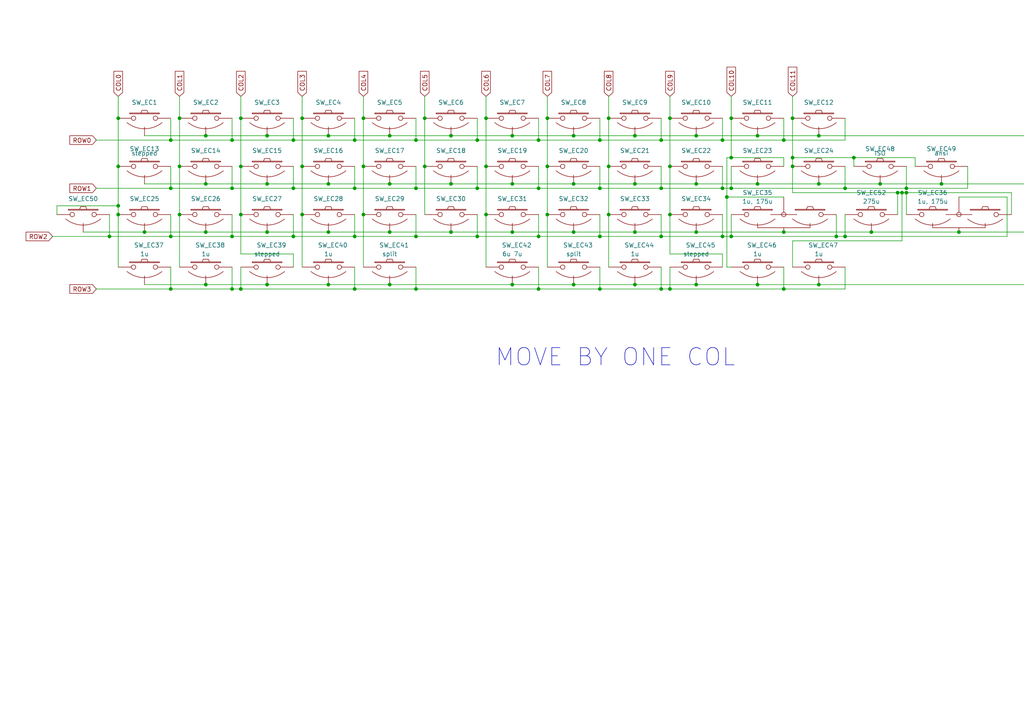
<source format=kicad_sch>
(kicad_sch (version 20230121) (generator eeschema)
  (paper "A4")
  (lib_symbols
    (symbol "cipulot_parts:EC_SW" (pin_numbers hide) (pin_names (offset 1.016) hide)
      (property "Reference" "SW" (at 3.81 2.794 0))
      (property "Value" "EC_SW" (at -3.81 3.81 0))
      (symbol "EC_SW_0_1"
        (arc (start -5.08 -1.27) (mid 0 -3.052) (end 5.08 -1.27))
        (rectangle (start -4.318 1.27) (end 4.318 1.524))
        (polyline (pts (xy -1.016 1.524) (xy -0.762 2.286) (xy 0.762 2.286) (xy 1.016 1.524)))
        (pin passive inverted (at -7.62 0 0) (length 5.08) (name "1") (number "1"))
        (pin passive inverted (at 7.62 0 180) (length 5.08) (name "2") (number "2"))
      )
      (symbol "EC_SW_1_1"
        (pin input line (at 0 -5.08 90) (length 2.54) (name "SG") (number "3"))
      )
    )
    (symbol "cipulot_parts:EC_SW_1u&1.75u" (pin_numbers hide) (pin_names (offset 1.016) hide)
      (property "Reference" "SW" (at 3.81 2.794 0))
      (property "Value" "EC_SW_1u&1.75u" (at -3.81 3.81 0))
      (symbol "EC_SW_1u&1.75u_0_1"
        (arc (start -5.08 -1.27) (mid 0 -3.052) (end 5.08 -1.27))
        (rectangle (start -4.318 1.27) (end 4.318 1.524))
        (polyline (pts (xy 11.43 0) (xy 3.81 0)))
        (polyline (pts (xy -1.016 1.524) (xy -0.762 2.286) (xy 0.762 2.286) (xy 1.016 1.524)))
        (polyline (pts (xy 0 -2.54) (xy 0 -3.81) (xy 15.24 -3.81) (xy 15.24 -2.54)))
        (polyline (pts (xy 14.224 1.524) (xy 14.478 2.286) (xy 16.002 2.286) (xy 16.256 1.524)))
        (arc (start 10.16 -1.27) (mid 15.24 -3.052) (end 20.32 -1.27))
        (rectangle (start 10.922 1.27) (end 19.558 1.524))
        (pin passive inverted (at -7.62 0 0) (length 5.08) (name "1") (number "1"))
        (pin passive inverted (at 7.62 5.08 270) (length 5.7) (name "2") (number "2"))
        (pin passive inverted (at 22.86 0 180) (length 5.08) (name "3") (number "3"))
      )
      (symbol "EC_SW_1u&1.75u_1_1"
        (pin input line (at 7.62 -5.08 90) (length 1.25) (name "SG") (number "4"))
      )
    )
    (symbol "power:GND" (power) (pin_names (offset 0))
      (property "Value" "GND" (at 0 -3.81 0))
      (symbol "GND_0_1"
        (polyline (pts (xy 0 0) (xy 0 -1.27) (xy 1.27 -1.27) (xy 0 -2.54) (xy -1.27 -1.27) (xy 0 -1.27)))
      )
      (symbol "GND_1_1"
        (pin power_in line (at 0 0 270) (length 0) hide (name "GND") (number "1"))
      )
    )
  )
  (junction (at 227.33 83.82))
  (junction (at 212.09 45.72))
  (junction (at 194.31 48.26))
  (junction (at 166.37 82.55))
  (junction (at 176.53 62.23))
  (junction (at 166.37 67.31))
  (junction (at 166.37 53.34))
  (junction (at 59.69 53.34))
  (junction (at 156.21 40.64))
  (junction (at 77.47 67.31))
  (junction (at 34.29 48.26))
  (junction (at 194.31 34.29))
  (junction (at 49.53 40.64))
  (junction (at 245.11 68.58))
  (junction (at 191.77 83.82))
  (junction (at 219.71 53.34))
  (junction (at 201.93 67.31))
  (junction (at 201.93 53.34))
  (junction (at 130.81 39.37))
  (junction (at 209.55 54.61))
  (junction (at 184.15 82.55))
  (junction (at 59.69 39.37))
  (junction (at 219.71 82.55))
  (junction (at 194.31 62.23))
  (junction (at 102.87 54.61))
  (junction (at 173.99 68.58))
  (junction (at 77.47 39.37))
  (junction (at 95.25 53.34))
  (junction (at 130.81 67.31))
  (junction (at 260.35 55.88))
  (junction (at 34.29 59.69))
  (junction (at 158.75 48.26))
  (junction (at 201.93 82.55))
  (junction (at 191.77 40.64))
  (junction (at 120.65 68.58))
  (junction (at 123.19 34.29))
  (junction (at 34.29 62.23))
  (junction (at 173.99 54.61))
  (junction (at 138.43 40.64))
  (junction (at 85.09 40.64))
  (junction (at 67.31 54.61))
  (junction (at 229.87 45.72))
  (junction (at 34.29 34.29))
  (junction (at 123.19 48.26))
  (junction (at 261.62 55.88))
  (junction (at 148.59 67.31))
  (junction (at 59.69 82.55))
  (junction (at 156.21 83.82))
  (junction (at 52.07 34.29))
  (junction (at 210.82 57.15))
  (junction (at 120.65 54.61))
  (junction (at 262.89 54.61))
  (junction (at 237.49 82.55))
  (junction (at 245.11 54.61))
  (junction (at 113.03 67.31))
  (junction (at 102.87 83.82))
  (junction (at 140.97 48.26))
  (junction (at 229.87 34.29))
  (junction (at 87.63 62.23))
  (junction (at 237.49 39.37))
  (junction (at 166.37 39.37))
  (junction (at 49.53 83.82))
  (junction (at 52.07 62.23))
  (junction (at 102.87 68.58))
  (junction (at 278.13 67.31))
  (junction (at 242.57 68.58))
  (junction (at 148.59 53.34))
  (junction (at 95.25 82.55))
  (junction (at 85.09 54.61))
  (junction (at 49.53 68.58))
  (junction (at 105.41 48.26))
  (junction (at 120.65 40.64))
  (junction (at 255.27 53.34))
  (junction (at 67.31 40.64))
  (junction (at 237.49 53.34))
  (junction (at 252.73 67.31))
  (junction (at 67.31 83.82))
  (junction (at 229.87 48.26))
  (junction (at 173.99 83.82))
  (junction (at 247.65 45.72))
  (junction (at 130.81 53.34))
  (junction (at 138.43 54.61))
  (junction (at 31.75 68.58))
  (junction (at 138.43 68.58))
  (junction (at 176.53 48.26))
  (junction (at 120.65 83.82))
  (junction (at 148.59 39.37))
  (junction (at 219.71 39.37))
  (junction (at 41.91 67.31))
  (junction (at 85.09 68.58))
  (junction (at 113.03 53.34))
  (junction (at 227.33 67.31))
  (junction (at 67.31 68.58))
  (junction (at 156.21 54.61))
  (junction (at 87.63 34.29))
  (junction (at 191.77 68.58))
  (junction (at 201.93 39.37))
  (junction (at 77.47 82.55))
  (junction (at 87.63 48.26))
  (junction (at 102.87 40.64))
  (junction (at 176.53 34.29))
  (junction (at 212.09 34.29))
  (junction (at 158.75 62.23))
  (junction (at 227.33 40.64))
  (junction (at 212.09 54.61))
  (junction (at 69.85 62.23))
  (junction (at 113.03 82.55))
  (junction (at 113.03 39.37))
  (junction (at 69.85 83.82))
  (junction (at 209.55 68.58))
  (junction (at 69.85 48.26))
  (junction (at 52.07 48.26))
  (junction (at 77.47 53.34))
  (junction (at 105.41 34.29))
  (junction (at 59.69 67.31))
  (junction (at 273.05 53.34))
  (junction (at 49.53 54.61))
  (junction (at 69.85 34.29))
  (junction (at 184.15 67.31))
  (junction (at 158.75 34.29))
  (junction (at 173.99 40.64))
  (junction (at 105.41 62.23))
  (junction (at 156.21 68.58))
  (junction (at 140.97 34.29))
  (junction (at 95.25 67.31))
  (junction (at 184.15 53.34))
  (junction (at 209.55 40.64))
  (junction (at 194.31 83.82))
  (junction (at 95.25 39.37))
  (junction (at 262.89 55.88))
  (junction (at 140.97 62.23))
  (junction (at 148.59 82.55))
  (junction (at 212.09 68.58))
  (junction (at 184.15 39.37))
  (junction (at 191.77 54.61))
  (wire (pts (xy 229.87 34.29) (xy 229.87 45.72)))
  (wire (pts (xy 102.87 77.47) (xy 102.87 83.82)))
  (wire (pts (xy 194.31 27.94) (xy 194.31 34.29)))
  (wire (pts (xy 227.33 77.47) (xy 227.33 83.82)))
  (wire (pts (xy 191.77 77.47) (xy 191.77 83.82)))
  (wire (pts (xy 120.65 54.61) (xy 138.43 54.61)))
  (wire (pts (xy 31.75 68.58) (xy 49.53 68.58)))
  (wire (pts (xy 209.55 34.29) (xy 209.55 40.64)))
  (wire (pts (xy 120.65 83.82) (xy 156.21 83.82)))
  (wire (pts (xy 41.91 67.31) (xy 59.69 67.31)))
  (wire (pts (xy 120.65 48.26) (xy 120.65 54.61)))
  (wire (pts (xy 212.09 62.23) (xy 212.09 68.58)))
  (wire (pts (xy 273.05 53.34) (xy 299.72 53.34)))
  (wire (pts (xy 69.85 34.29) (xy 69.85 48.26)))
  (wire (pts (xy 280.67 48.26) (xy 280.67 54.61)))
  (wire (pts (xy 156.21 62.23) (xy 156.21 68.58)))
  (wire (pts (xy 173.99 62.23) (xy 173.99 68.58)))
  (wire (pts (xy 120.65 68.58) (xy 138.43 68.58)))
  (wire (pts (xy 156.21 40.64) (xy 173.99 40.64)))
  (wire (pts (xy 212.09 45.72) (xy 227.33 45.72)))
  (wire (pts (xy 67.31 40.64) (xy 85.09 40.64)))
  (wire (pts (xy 49.53 48.26) (xy 49.53 54.61)))
  (wire (pts (xy 191.77 48.26) (xy 191.77 54.61)))
  (wire (pts (xy 120.65 62.23) (xy 120.65 68.58)))
  (wire (pts (xy 237.49 39.37) (xy 299.72 39.37)))
  (wire (pts (xy 229.87 27.94) (xy 229.87 34.29)))
  (wire (pts (xy 227.33 67.31) (xy 252.73 67.31)))
  (wire (pts (xy 229.87 69.85) (xy 229.87 77.47)))
  (wire (pts (xy 102.87 83.82) (xy 120.65 83.82)))
  (wire (pts (xy 102.87 34.29) (xy 102.87 40.64)))
  (wire (pts (xy 156.21 83.82) (xy 173.99 83.82)))
  (wire (pts (xy 140.97 27.94) (xy 140.97 34.29)))
  (wire (pts (xy 166.37 53.34) (xy 184.15 53.34)))
  (wire (pts (xy 41.91 82.55) (xy 59.69 82.55)))
  (wire (pts (xy 210.82 57.15) (xy 227.33 57.15)))
  (wire (pts (xy 95.25 39.37) (xy 113.03 39.37)))
  (wire (pts (xy 85.09 48.26) (xy 85.09 54.61)))
  (wire (pts (xy 173.99 77.47) (xy 173.99 83.82)))
  (wire (pts (xy 201.93 67.31) (xy 227.33 67.31)))
  (wire (pts (xy 191.77 40.64) (xy 209.55 40.64)))
  (wire (pts (xy 209.55 40.64) (xy 227.33 40.64)))
  (wire (pts (xy 102.87 48.26) (xy 102.87 54.61)))
  (wire (pts (xy 209.55 68.58) (xy 212.09 68.58)))
  (wire (pts (xy 247.65 45.72) (xy 265.43 45.72)))
  (wire (pts (xy 49.53 54.61) (xy 67.31 54.61)))
  (wire (pts (xy 229.87 69.85) (xy 261.62 69.85)))
  (wire (pts (xy 52.07 34.29) (xy 52.07 48.26)))
  (wire (pts (xy 27.94 40.64) (xy 49.53 40.64)))
  (wire (pts (xy 130.81 39.37) (xy 148.59 39.37)))
  (wire (pts (xy 85.09 34.29) (xy 85.09 40.64)))
  (wire (pts (xy 242.57 68.58) (xy 245.11 68.58)))
  (wire (pts (xy 184.15 82.55) (xy 201.93 82.55)))
  (wire (pts (xy 123.19 34.29) (xy 123.19 48.26)))
  (wire (pts (xy 138.43 34.29) (xy 138.43 40.64)))
  (wire (pts (xy 87.63 48.26) (xy 87.63 62.23)))
  (wire (pts (xy 113.03 53.34) (xy 130.81 53.34)))
  (wire (pts (xy 102.87 40.64) (xy 120.65 40.64)))
  (wire (pts (xy 148.59 82.55) (xy 166.37 82.55)))
  (wire (pts (xy 209.55 73.66) (xy 209.55 77.47)))
  (wire (pts (xy 176.53 27.94) (xy 176.53 34.29)))
  (wire (pts (xy 247.65 45.72) (xy 247.65 48.26)))
  (wire (pts (xy 59.69 67.31) (xy 77.47 67.31)))
  (wire (pts (xy 52.07 62.23) (xy 52.07 77.47)))
  (wire (pts (xy 255.27 53.34) (xy 273.05 53.34)))
  (wire (pts (xy 176.53 62.23) (xy 176.53 77.47)))
  (wire (pts (xy 140.97 48.26) (xy 140.97 62.23)))
  (wire (pts (xy 113.03 82.55) (xy 148.59 82.55)))
  (wire (pts (xy 184.15 53.34) (xy 201.93 53.34)))
  (wire (pts (xy 265.43 45.72) (xy 265.43 48.26)))
  (wire (pts (xy 24.13 67.31) (xy 41.91 67.31)))
  (wire (pts (xy 49.53 68.58) (xy 67.31 68.58)))
  (wire (pts (xy 27.94 54.61) (xy 49.53 54.61)))
  (wire (pts (xy 77.47 53.34) (xy 95.25 53.34)))
  (wire (pts (xy 245.11 48.26) (xy 245.11 54.61)))
  (wire (pts (xy 173.99 54.61) (xy 191.77 54.61)))
  (wire (pts (xy 105.41 48.26) (xy 105.41 62.23)))
  (wire (pts (xy 227.33 34.29) (xy 227.33 40.64)))
  (wire (pts (xy 85.09 62.23) (xy 85.09 68.58)))
  (wire (pts (xy 69.85 83.82) (xy 102.87 83.82)))
  (wire (pts (xy 173.99 34.29) (xy 173.99 40.64)))
  (wire (pts (xy 166.37 39.37) (xy 184.15 39.37)))
  (wire (pts (xy 69.85 62.23) (xy 69.85 73.66)))
  (wire (pts (xy 123.19 48.26) (xy 123.19 62.23)))
  (wire (pts (xy 49.53 40.64) (xy 67.31 40.64)))
  (wire (pts (xy 120.65 34.29) (xy 120.65 40.64)))
  (wire (pts (xy 67.31 54.61) (xy 85.09 54.61)))
  (wire (pts (xy 158.75 27.94) (xy 158.75 34.29)))
  (wire (pts (xy 87.63 27.94) (xy 87.63 34.29)))
  (wire (pts (xy 156.21 77.47) (xy 156.21 83.82)))
  (wire (pts (xy 49.53 83.82) (xy 67.31 83.82)))
  (wire (pts (xy 102.87 68.58) (xy 120.65 68.58)))
  (wire (pts (xy 85.09 40.64) (xy 102.87 40.64)))
  (wire (pts (xy 85.09 68.58) (xy 102.87 68.58)))
  (wire (pts (xy 113.03 67.31) (xy 130.81 67.31)))
  (wire (pts (xy 102.87 62.23) (xy 102.87 68.58)))
  (wire (pts (xy 194.31 73.66) (xy 209.55 73.66)))
  (wire (pts (xy 212.09 54.61) (xy 245.11 54.61)))
  (wire (pts (xy 138.43 40.64) (xy 156.21 40.64)))
  (wire (pts (xy 173.99 68.58) (xy 191.77 68.58)))
  (wire (pts (xy 59.69 82.55) (xy 77.47 82.55)))
  (wire (pts (xy 184.15 67.31) (xy 201.93 67.31)))
  (wire (pts (xy 67.31 77.47) (xy 67.31 83.82)))
  (wire (pts (xy 31.75 62.23) (xy 31.75 68.58)))
  (wire (pts (xy 194.31 83.82) (xy 227.33 83.82)))
  (wire (pts (xy 262.89 55.88) (xy 262.89 62.23)))
  (wire (pts (xy 210.82 45.72) (xy 210.82 57.15)))
  (wire (pts (xy 212.09 27.94) (xy 212.09 34.29)))
  (wire (pts (xy 138.43 54.61) (xy 156.21 54.61)))
  (wire (pts (xy 67.31 48.26) (xy 67.31 54.61)))
  (wire (pts (xy 191.77 62.23) (xy 191.77 68.58)))
  (wire (pts (xy 27.94 83.82) (xy 49.53 83.82)))
  (wire (pts (xy 120.65 77.47) (xy 120.65 83.82)))
  (wire (pts (xy 278.13 67.31) (xy 299.72 67.31)))
  (wire (pts (xy 49.53 34.29) (xy 49.53 40.64)))
  (wire (pts (xy 210.82 57.15) (xy 210.82 77.47)))
  (wire (pts (xy 194.31 34.29) (xy 194.31 48.26)))
  (wire (pts (xy 227.33 83.82) (xy 245.11 83.82)))
  (wire (pts (xy 245.11 68.58) (xy 292.1 68.58)))
  (wire (pts (xy 138.43 62.23) (xy 138.43 68.58)))
  (wire (pts (xy 212.09 34.29) (xy 212.09 45.72)))
  (wire (pts (xy 229.87 55.88) (xy 260.35 55.88)))
  (wire (pts (xy 49.53 77.47) (xy 49.53 83.82)))
  (wire (pts (xy 16.51 59.69) (xy 34.29 59.69)))
  (wire (pts (xy 209.55 62.23) (xy 209.55 68.58)))
  (wire (pts (xy 156.21 68.58) (xy 173.99 68.58)))
  (wire (pts (xy 201.93 82.55) (xy 219.71 82.55)))
  (wire (pts (xy 69.85 27.94) (xy 69.85 34.29)))
  (wire (pts (xy 85.09 73.66) (xy 85.09 77.47)))
  (wire (pts (xy 105.41 27.94) (xy 105.41 34.29)))
  (wire (pts (xy 219.71 82.55) (xy 237.49 82.55)))
  (wire (pts (xy 77.47 67.31) (xy 95.25 67.31)))
  (wire (pts (xy 212.09 68.58) (xy 242.57 68.58)))
  (wire (pts (xy 245.11 62.23) (xy 245.11 68.58)))
  (wire (pts (xy 59.69 39.37) (xy 77.47 39.37)))
  (wire (pts (xy 52.07 27.94) (xy 52.07 34.29)))
  (wire (pts (xy 252.73 67.31) (xy 278.13 67.31)))
  (wire (pts (xy 158.75 48.26) (xy 158.75 62.23)))
  (wire (pts (xy 77.47 39.37) (xy 95.25 39.37)))
  (wire (pts (xy 245.11 77.47) (xy 245.11 83.82)))
  (wire (pts (xy 34.29 59.69) (xy 34.29 62.23)))
  (wire (pts (xy 69.85 73.66) (xy 85.09 73.66)))
  (wire (pts (xy 191.77 83.82) (xy 194.31 83.82)))
  (wire (pts (xy 260.35 55.88) (xy 261.62 55.88)))
  (wire (pts (xy 209.55 48.26) (xy 209.55 54.61)))
  (wire (pts (xy 41.91 53.34) (xy 59.69 53.34)))
  (wire (pts (xy 138.43 68.58) (xy 156.21 68.58)))
  (wire (pts (xy 210.82 45.72) (xy 212.09 45.72)))
  (wire (pts (xy 262.89 55.88) (xy 293.37 55.88)))
  (wire (pts (xy 148.59 53.34) (xy 166.37 53.34)))
  (wire (pts (xy 242.57 62.23) (xy 242.57 68.58)))
  (wire (pts (xy 194.31 48.26) (xy 194.31 62.23)))
  (wire (pts (xy 34.29 34.29) (xy 34.29 48.26)))
  (wire (pts (xy 229.87 45.72) (xy 247.65 45.72)))
  (wire (pts (xy 95.25 82.55) (xy 113.03 82.55)))
  (wire (pts (xy 166.37 82.55) (xy 184.15 82.55)))
  (wire (pts (xy 59.69 53.34) (xy 77.47 53.34)))
  (wire (pts (xy 138.43 48.26) (xy 138.43 54.61)))
  (wire (pts (xy 148.59 67.31) (xy 166.37 67.31)))
  (wire (pts (xy 278.13 57.15) (xy 292.1 57.15)))
  (wire (pts (xy 49.53 62.23) (xy 49.53 68.58)))
  (wire (pts (xy 130.81 67.31) (xy 148.59 67.31)))
  (wire (pts (xy 176.53 48.26) (xy 176.53 62.23)))
  (wire (pts (xy 176.53 34.29) (xy 176.53 48.26)))
  (wire (pts (xy 261.62 55.88) (xy 262.89 55.88)))
  (wire (pts (xy 173.99 40.64) (xy 191.77 40.64)))
  (wire (pts (xy 229.87 48.26) (xy 229.87 55.88)))
  (wire (pts (xy 156.21 48.26) (xy 156.21 54.61)))
  (wire (pts (xy 194.31 62.23) (xy 194.31 73.66)))
  (wire (pts (xy 227.33 40.64) (xy 245.11 40.64)))
  (wire (pts (xy 52.07 48.26) (xy 52.07 62.23)))
  (wire (pts (xy 191.77 54.61) (xy 209.55 54.61)))
  (wire (pts (xy 85.09 54.61) (xy 102.87 54.61)))
  (wire (pts (xy 148.59 39.37) (xy 166.37 39.37)))
  (wire (pts (xy 166.37 67.31) (xy 184.15 67.31)))
  (wire (pts (xy 229.87 45.72) (xy 229.87 48.26)))
  (wire (pts (xy 219.71 39.37) (xy 237.49 39.37)))
  (wire (pts (xy 191.77 68.58) (xy 209.55 68.58)))
  (wire (pts (xy 237.49 53.34) (xy 255.27 53.34)))
  (wire (pts (xy 219.71 53.34) (xy 237.49 53.34)))
  (wire (pts (xy 120.65 40.64) (xy 138.43 40.64)))
  (wire (pts (xy 261.62 55.88) (xy 261.62 69.85)))
  (wire (pts (xy 41.91 39.37) (xy 59.69 39.37)))
  (wire (pts (xy 105.41 34.29) (xy 105.41 48.26)))
  (wire (pts (xy 113.03 39.37) (xy 130.81 39.37)))
  (wire (pts (xy 34.29 27.94) (xy 34.29 34.29)))
  (wire (pts (xy 262.89 48.26) (xy 262.89 54.61)))
  (wire (pts (xy 173.99 83.82) (xy 191.77 83.82)))
  (wire (pts (xy 201.93 39.37) (xy 219.71 39.37)))
  (wire (pts (xy 34.29 62.23) (xy 34.29 77.47)))
  (wire (pts (xy 69.85 77.47) (xy 69.85 83.82)))
  (wire (pts (xy 262.89 54.61) (xy 280.67 54.61)))
  (wire (pts (xy 209.55 54.61) (xy 212.09 54.61)))
  (wire (pts (xy 245.11 34.29) (xy 245.11 40.64)))
  (wire (pts (xy 69.85 48.26) (xy 69.85 62.23)))
  (wire (pts (xy 237.49 82.55) (xy 299.72 82.55)))
  (wire (pts (xy 67.31 83.82) (xy 69.85 83.82)))
  (wire (pts (xy 16.51 59.69) (xy 16.51 62.23)))
  (wire (pts (xy 67.31 34.29) (xy 67.31 40.64)))
  (wire (pts (xy 194.31 77.47) (xy 194.31 83.82)))
  (wire (pts (xy 191.77 34.29) (xy 191.77 40.64)))
  (wire (pts (xy 102.87 54.61) (xy 120.65 54.61)))
  (wire (pts (xy 130.81 53.34) (xy 148.59 53.34)))
  (wire (pts (xy 158.75 34.29) (xy 158.75 48.26)))
  (wire (pts (xy 173.99 48.26) (xy 173.99 54.61)))
  (wire (pts (xy 292.1 57.15) (xy 292.1 68.58)))
  (wire (pts (xy 67.31 68.58) (xy 85.09 68.58)))
  (wire (pts (xy 77.47 82.55) (xy 95.25 82.55)))
  (wire (pts (xy 212.09 48.26) (xy 212.09 54.61)))
  (wire (pts (xy 260.35 55.88) (xy 260.35 62.23)))
  (wire (pts (xy 156.21 54.61) (xy 173.99 54.61)))
  (wire (pts (xy 105.41 62.23) (xy 105.41 77.47)))
  (wire (pts (xy 156.21 34.29) (xy 156.21 40.64)))
  (wire (pts (xy 140.97 62.23) (xy 140.97 77.47)))
  (wire (pts (xy 227.33 45.72) (xy 227.33 48.26)))
  (wire (pts (xy 158.75 62.23) (xy 158.75 77.47)))
  (wire (pts (xy 15.24 68.58) (xy 31.75 68.58)))
  (wire (pts (xy 67.31 62.23) (xy 67.31 68.58)))
  (wire (pts (xy 201.93 53.34) (xy 219.71 53.34)))
  (wire (pts (xy 293.37 55.88) (xy 293.37 62.23)))
  (wire (pts (xy 87.63 62.23) (xy 87.63 77.47)))
  (wire (pts (xy 210.82 77.47) (xy 212.09 77.47)))
  (wire (pts (xy 184.15 39.37) (xy 201.93 39.37)))
  (wire (pts (xy 245.11 54.61) (xy 262.89 54.61)))
  (wire (pts (xy 34.29 48.26) (xy 34.29 59.69)))
  (wire (pts (xy 123.19 27.94) (xy 123.19 34.29)))
  (wire (pts (xy 140.97 34.29) (xy 140.97 48.26)))
  (wire (pts (xy 87.63 34.29) (xy 87.63 48.26)))
  (wire (pts (xy 95.25 53.34) (xy 113.03 53.34)))
  (wire (pts (xy 95.25 67.31) (xy 113.03 67.31)))
  (text "RIGHT WIRING?" (at 307.34 62.23 0) (effects (font (size 5 5)) (justify left bottom)))
  (text "MOVE BY ONE COL" (at 143.51 106.68 0) (effects (font (size 5 5)) (justify left bottom)))
  (global_label "ROW0" (shape input) (at 27.94 40.64 180) (property "Intersheetrefs" "${INTERSHEET_REFS}" (effects hide)))
  (global_label "COL2" (shape input) (at 69.85 27.94 90) (property "Intersheetrefs" "${INTERSHEET_REFS}" (effects hide)))
  (global_label "COL1" (shape input) (at 52.07 27.94 90) (property "Intersheetrefs" "${INTERSHEET_REFS}" (effects hide)))
  (global_label "COL0" (shape input) (at 34.29 27.94 90) (property "Intersheetrefs" "${INTERSHEET_REFS}" (effects hide)))
  (global_label "ROW3" (shape input) (at 27.94 83.82 180) (property "Intersheetrefs" "${INTERSHEET_REFS}" (effects hide)))
  (global_label "COL6" (shape input) (at 140.97 27.94 90) (property "Intersheetrefs" "${INTERSHEET_REFS}" (effects hide)))
  (global_label "COL5" (shape input) (at 123.19 27.94 90) (property "Intersheetrefs" "${INTERSHEET_REFS}" (effects hide)))
  (global_label "COL8" (shape input) (at 176.53 27.94 90) (property "Intersheetrefs" "${INTERSHEET_REFS}" (effects hide)))
  (global_label "COL4" (shape input) (at 105.41 27.94 90) (property "Intersheetrefs" "${INTERSHEET_REFS}" (effects hide)))
  (global_label "COL3" (shape input) (at 87.63 27.94 90) (property "Intersheetrefs" "${INTERSHEET_REFS}" (effects hide)))
  (global_label "COL9" (shape input) (at 194.31 27.94 90) (property "Intersheetrefs" "${INTERSHEET_REFS}" (effects hide)))
  (global_label "COL10" (shape input) (at 212.09 27.94 90) (property "Intersheetrefs" "${INTERSHEET_REFS}" (effects hide)))
  (global_label "ROW1" (shape input) (at 27.94 54.61 180) (property "Intersheetrefs" "${INTERSHEET_REFS}" (effects hide)))
  (global_label "COL7" (shape input) (at 158.75 27.94 90) (property "Intersheetrefs" "${INTERSHEET_REFS}" (effects hide)))
  (global_label "COL11" (shape input) (at 229.87 27.94 90) (property "Intersheetrefs" "${INTERSHEET_REFS}" (effects hide)))
  (global_label "ROW2" (shape input) (at 15.24 68.58 180) (property "Intersheetrefs" "${INTERSHEET_REFS}" (effects hide)))
  (symbol (lib_id "cipulot_parts:EC_SW") (at 184.15 34.29 0) (unit 1)
    (property "Reference" "SW_EC9" (at 184.15 29.718 0))
    (property "Value" "Topre" (effects hide))
    (property "Footprint" "cipulot_parts:ecs_pad_1U_no_ring" (effects hide))
  )
  (symbol (lib_id "cipulot_parts:EC_SW") (at 219.71 34.29 0) (unit 1)
    (property "Reference" "SW_EC11" (at 219.71 29.718 0))
    (property "Value" "Topre" (effects hide))
    (property "Footprint" "cipulot_parts:ecs_pad_1U_no_ring" (effects hide))
  )
  (symbol (lib_id "cipulot_parts:EC_SW") (at 113.03 48.26 0) (unit 1)
    (property "Reference" "SW_EC17" (at 113.03 43.688 0))
    (property "Value" "Topre" (effects hide))
    (property "Footprint" "cipulot_parts:ecs_pad_1U_no_ring" (effects hide))
  )
  (symbol (lib_id "cipulot_parts:EC_SW") (at 184.15 62.23 0) (unit 1)
    (property "Reference" "SW_EC33" (at 184.15 57.658 0))
    (property "Value" "Topre" (effects hide))
    (property "Footprint" "cipulot_parts:ecs_pad_1U_no_ring" (effects hide))
  )
  (symbol (lib_id "cipulot_parts:EC_SW") (at 41.91 48.26 0) (unit 1)
    (property "Reference" "SW_EC13" (at 41.91 43.18 0))
    (property "Value" "stepped" (at 41.91 44.45 0))
    (property "Footprint" "cipulot_parts:ecs_pad_no_ring_stepped&normal" (effects hide))
  )
  (symbol (lib_id "cipulot_parts:EC_SW") (at 41.91 62.23 0) (unit 1)
    (property "Reference" "SW_EC25" (at 41.91 57.658 0))
    (property "Value" "Topre" (effects hide))
    (property "Footprint" "cipulot_parts:ecs_pad_1U_no_ring" (effects hide))
  )
  (symbol (lib_id "power:GND") (at 299.72 39.37 0) (unit 1)
    (property "Reference" "#PWR014" (effects hide))
    (property "Value" "GND" (at 303.53 40.64 0))
  )
  (symbol (lib_id "cipulot_parts:EC_SW") (at 148.59 77.47 0) (unit 1)
    (property "Reference" "SW_EC42" (at 149.86 71.12 0))
    (property "Value" "6u 7u" (at 148.59 73.66 0))
    (property "Footprint" "cipulot_parts:ecs_pad_1U_no_ring" (effects hide))
  )
  (symbol (lib_id "cipulot_parts:EC_SW") (at 148.59 48.26 0) (unit 1)
    (property "Reference" "SW_EC19" (at 148.59 43.688 0))
    (property "Value" "Topre" (effects hide))
    (property "Footprint" "cipulot_parts:ecs_pad_1U_no_ring" (effects hide))
  )
  (symbol (lib_id "cipulot_parts:EC_SW") (at 59.69 77.47 0) (unit 1)
    (property "Reference" "SW_EC38" (at 60.96 71.12 0))
    (property "Value" "1u" (at 59.69 73.66 0))
    (property "Footprint" "cipulot_parts:ecs_pad_1U_no_ring" (effects hide))
  )
  (symbol (lib_id "cipulot_parts:EC_SW") (at 237.49 34.29 0) (unit 1)
    (property "Reference" "SW_EC12" (at 237.49 29.718 0))
    (property "Value" "Topre" (effects hide))
    (property "Footprint" "cipulot_parts:ecs_pad_1U_no_ring" (effects hide))
  )
  (symbol (lib_id "cipulot_parts:EC_SW") (at 255.27 48.26 0) (unit 1)
    (property "Reference" "SW_EC48" (at 255.27 43.18 0))
    (property "Value" "ISO" (at 255.27 44.45 0))
    (property "Footprint" "cipulot_parts:ecs_pad_1U_no_ring" (effects hide))
  )
  (symbol (lib_id "cipulot_parts:EC_SW") (at 201.93 34.29 0) (unit 1)
    (property "Reference" "SW_EC10" (at 201.93 29.718 0))
    (property "Value" "Topre" (effects hide))
    (property "Footprint" "cipulot_parts:ecs_pad_1U_no_ring" (effects hide))
  )
  (symbol (lib_id "cipulot_parts:EC_SW") (at 77.47 77.47 0) (unit 1)
    (property "Reference" "SW_EC39" (at 78.74 71.12 0))
    (property "Value" "stepped" (at 77.47 73.66 0))
    (property "Footprint" "cipulot_parts:ecs_pad_no_ring_stepped&normal_cut" (effects hide))
  )
  (symbol (lib_id "cipulot_parts:EC_SW") (at 113.03 62.23 0) (unit 1)
    (property "Reference" "SW_EC29" (at 113.03 57.658 0))
    (property "Value" "Topre" (effects hide))
    (property "Footprint" "cipulot_parts:ecs_pad_1U_no_ring" (effects hide))
  )
  (symbol (lib_id "cipulot_parts:EC_SW") (at 148.59 62.23 0) (unit 1)
    (property "Reference" "SW_EC31" (at 148.59 57.658 0))
    (property "Value" "Topre" (effects hide))
    (property "Footprint" "cipulot_parts:ecs_pad_1U_no_ring" (effects hide))
  )
  (symbol (lib_id "cipulot_parts:EC_SW") (at 77.47 34.29 0) (unit 1)
    (property "Reference" "SW_EC3" (at 77.47 29.718 0))
    (property "Value" "Topre" (effects hide))
    (property "Footprint" "cipulot_parts:ecs_pad_1U_no_ring" (effects hide))
  )
  (symbol (lib_id "cipulot_parts:EC_SW") (at 237.49 48.26 0) (unit 1)
    (property "Reference" "SW_EC24" (at 237.49 43.688 0))
    (property "Value" "Topre" (effects hide))
    (property "Footprint" "cipulot_parts:ecs_pad_1U_no_ring" (effects hide))
  )
  (symbol (lib_id "cipulot_parts:EC_SW_1u&1.75u") (at 270.51 62.23 0) (unit 1)
    (property "Reference" "SW_EC36" (at 270.51 55.88 0))
    (property "Value" "1u, 175u" (at 270.51 58.42 0))
    (property "Footprint" "cipulot_parts:ecs_pad_no_ring_1u1.75u" (effects hide))
  )
  (symbol (lib_id "cipulot_parts:EC_SW") (at 219.71 48.26 0) (unit 1)
    (property "Reference" "SW_EC23" (at 219.71 43.688 0))
    (property "Value" "Topre" (effects hide))
    (property "Footprint" "cipulot_parts:ecs_pad_1U_no_ring_1u_edge_cut" (effects hide))
  )
  (symbol (lib_id "cipulot_parts:EC_SW") (at 41.91 34.29 0) (unit 1)
    (property "Reference" "SW_EC1" (at 41.91 29.718 0))
    (property "Value" "Topre" (effects hide))
    (property "Footprint" "cipulot_parts:ecs_pad_1U_no_ring" (effects hide))
  )
  (symbol (lib_id "cipulot_parts:EC_SW") (at 59.69 48.26 0) (unit 1)
    (property "Reference" "SW_EC14" (at 59.69 43.688 0))
    (property "Value" "Topre" (effects hide))
    (property "Footprint" "cipulot_parts:ecs_pad_1U_no_ring" (effects hide))
  )
  (symbol (lib_id "cipulot_parts:EC_SW") (at 95.25 34.29 0) (unit 1)
    (property "Reference" "SW_EC4" (at 95.25 29.718 0))
    (property "Value" "Topre" (effects hide))
    (property "Footprint" "cipulot_parts:ecs_pad_1U_no_ring" (effects hide))
  )
  (symbol (lib_id "cipulot_parts:EC_SW") (at 59.69 34.29 0) (unit 1)
    (property "Reference" "SW_EC2" (at 59.69 29.718 0))
    (property "Value" "Topre" (effects hide))
    (property "Footprint" "cipulot_parts:ecs_pad_1U_no_ring" (effects hide))
  )
  (symbol (lib_id "cipulot_parts:EC_SW") (at 59.69 62.23 0) (unit 1)
    (property "Reference" "SW_EC26" (at 59.69 57.658 0))
    (property "Value" "Topre" (effects hide))
    (property "Footprint" "cipulot_parts:ecs_pad_1U_no_ring" (effects hide))
  )
  (symbol (lib_id "cipulot_parts:EC_SW") (at 184.15 48.26 0) (unit 1)
    (property "Reference" "SW_EC21" (at 184.15 43.688 0))
    (property "Value" "Topre" (effects hide))
    (property "Footprint" "cipulot_parts:ecs_pad_1U_no_ring" (effects hide))
  )
  (symbol (lib_id "cipulot_parts:EC_SW") (at 77.47 48.26 0) (unit 1)
    (property "Reference" "SW_EC15" (at 77.47 43.688 0))
    (property "Value" "Topre" (effects hide))
    (property "Footprint" "cipulot_parts:ecs_pad_1U_no_ring" (effects hide))
  )
  (symbol (lib_id "cipulot_parts:EC_SW") (at 166.37 48.26 0) (unit 1)
    (property "Reference" "SW_EC20" (at 166.37 43.688 0))
    (property "Value" "Topre" (effects hide))
    (property "Footprint" "cipulot_parts:ecs_pad_1U_no_ring" (effects hide))
  )
  (symbol (lib_id "cipulot_parts:EC_SW") (at 237.49 77.47 0) (unit 1)
    (property "Reference" "SW_EC47" (at 238.76 71.12 0))
    (property "Value" "1u" (at 237.49 73.66 0))
    (property "Footprint" "cipulot_parts:ecs_pad_1U_no_ring" (effects hide))
  )
  (symbol (lib_id "cipulot_parts:EC_SW") (at 201.93 62.23 0) (unit 1)
    (property "Reference" "SW_EC34" (at 201.93 57.658 0))
    (property "Value" "Topre" (effects hide))
    (property "Footprint" "cipulot_parts:ecs_pad_1U_no_ring" (effects hide))
  )
  (symbol (lib_id "cipulot_parts:EC_SW") (at 130.81 34.29 0) (unit 1)
    (property "Reference" "SW_EC6" (at 130.81 29.718 0))
    (property "Value" "Topre" (effects hide))
    (property "Footprint" "cipulot_parts:ecs_pad_1U_no_ring" (effects hide))
  )
  (symbol (lib_id "cipulot_parts:EC_SW") (at 166.37 77.47 0) (unit 1)
    (property "Reference" "SW_EC43" (at 167.64 71.12 0))
    (property "Value" "split" (at 166.37 73.66 0))
    (property "Footprint" "cipulot_parts:ecs_pad_no_ring_stepped&normal" (effects hide))
  )
  (symbol (lib_id "cipulot_parts:EC_SW_1u&1.75u") (at 219.71 62.23 0) (unit 1)
    (property "Reference" "SW_EC35" (at 219.71 55.88 0))
    (property "Value" "1u, 175u" (at 219.71 58.42 0))
    (property "Footprint" "cipulot_parts:ecs_pad_no_ring_1u1.75u" (effects hide))
  )
  (symbol (lib_id "cipulot_parts:EC_SW") (at 95.25 48.26 0) (unit 1)
    (property "Reference" "SW_EC16" (at 95.25 43.688 0))
    (property "Value" "Topre" (effects hide))
    (property "Footprint" "cipulot_parts:ecs_pad_1U_no_ring" (effects hide))
  )
  (symbol (lib_id "cipulot_parts:EC_SW") (at 41.91 77.47 0) (unit 1)
    (property "Reference" "SW_EC37" (at 43.18 71.12 0))
    (property "Value" "1u" (at 41.91 73.66 0))
    (property "Footprint" "cipulot_parts:ecs_pad_1U_no_ring" (effects hide))
  )
  (symbol (lib_id "cipulot_parts:EC_SW") (at 201.93 77.47 0) (unit 1)
    (property "Reference" "SW_EC45" (at 203.2 71.12 0))
    (property "Value" "stepped" (at 201.93 73.66 0))
    (property "Footprint" "cipulot_parts:ecs_pad_no_ring_stepped&normal_cut" (effects hide))
  )
  (symbol (lib_id "cipulot_parts:EC_SW") (at 273.05 48.26 0) (unit 1)
    (property "Reference" "SW_EC49" (at 273.05 43.18 0))
    (property "Value" "ansi" (at 273.05 44.45 0))
    (property "Footprint" "cipulot_parts:ecs_pad_1U_no_ring_1u_edge_cut" (effects hide))
  )
  (symbol (lib_id "power:GND") (at 299.72 67.31 0) (unit 1)
    (property "Reference" "#PWR06" (effects hide))
    (property "Value" "GND" (at 303.53 68.58 0))
  )
  (symbol (lib_id "cipulot_parts:EC_SW") (at 201.93 48.26 0) (unit 1)
    (property "Reference" "SW_EC22" (at 201.93 43.688 0))
    (property "Value" "Topre" (effects hide))
    (property "Footprint" "cipulot_parts:ecs_pad_1U_no_ring" (effects hide))
  )
  (symbol (lib_id "power:GND") (at 299.72 82.55 0) (unit 1)
    (property "Reference" "#PWR011" (effects hide))
    (property "Value" "GND" (at 303.53 83.82 0))
  )
  (symbol (lib_id "cipulot_parts:EC_SW") (at 130.81 48.26 0) (unit 1)
    (property "Reference" "SW_EC18" (at 130.81 43.688 0))
    (property "Value" "Topre" (effects hide))
    (property "Footprint" "cipulot_parts:ecs_pad_1U_no_ring" (effects hide))
  )
  (symbol (lib_id "cipulot_parts:EC_SW") (at 77.47 62.23 0) (unit 1)
    (property "Reference" "SW_EC27" (at 77.47 57.658 0))
    (property "Value" "Topre" (effects hide))
    (property "Footprint" "cipulot_parts:ecs_pad_1U_no_ring" (effects hide))
  )
  (symbol (lib_id "cipulot_parts:EC_SW") (at 95.25 77.47 0) (unit 1)
    (property "Reference" "SW_EC40" (at 96.52 71.12 0))
    (property "Value" "1u" (at 95.25 73.66 0))
    (property "Footprint" "cipulot_parts:ecs_pad_1U_no_ring" (effects hide))
  )
  (symbol (lib_id "power:GND") (at 299.72 53.34 0) (unit 1)
    (property "Reference" "#PWR07" (effects hide))
    (property "Value" "GND" (at 303.53 54.61 0))
  )
  (symbol (lib_id "cipulot_parts:EC_SW") (at 252.73 62.23 0) (unit 1)
    (property "Reference" "SW_EC52" (at 252.73 55.88 0))
    (property "Value" "275u" (at 252.73 58.42 0))
    (property "Footprint" "cipulot_parts:ecs_pad_1U_no_ring" (effects hide))
  )
  (symbol (lib_id "cipulot_parts:EC_SW") (at 113.03 77.47 0) (unit 1)
    (property "Reference" "SW_EC41" (at 114.3 71.12 0))
    (property "Value" "split" (at 113.03 73.66 0))
    (property "Footprint" "cipulot_parts:ecs_pad_no_ring_stepped&normal" (effects hide))
  )
  (symbol (lib_id "cipulot_parts:EC_SW") (at 166.37 34.29 0) (unit 1)
    (property "Reference" "SW_EC8" (at 166.37 29.718 0))
    (property "Value" "Topre" (effects hide))
    (property "Footprint" "cipulot_parts:ecs_pad_1U_no_ring" (effects hide))
  )
  (symbol (lib_id "cipulot_parts:EC_SW") (at 219.71 77.47 0) (unit 1)
    (property "Reference" "SW_EC46" (at 220.98 71.12 0))
    (property "Value" "1u" (at 219.71 73.66 0))
    (property "Footprint" "cipulot_parts:ecs_pad_1U_no_ring" (effects hide))
  )
  (symbol (lib_id "cipulot_parts:EC_SW") (at 166.37 62.23 0) (unit 1)
    (property "Reference" "SW_EC32" (at 166.37 57.658 0))
    (property "Value" "Topre" (effects hide))
    (property "Footprint" "cipulot_parts:ecs_pad_1U_no_ring" (effects hide))
  )
  (symbol (lib_id "cipulot_parts:EC_SW") (at 24.13 62.23 0) (unit 1)
    (property "Reference" "SW_EC50" (at 24.13 57.658 0))
    (property "Value" "Topre" (effects hide))
    (property "Footprint" "cipulot_parts:ecs_pad_1U_no_ring" (effects hide))
  )
  (symbol (lib_id "cipulot_parts:EC_SW") (at 148.59 34.29 0) (unit 1)
    (property "Reference" "SW_EC7" (at 148.59 29.718 0))
    (property "Value" "Topre" (effects hide))
    (property "Footprint" "cipulot_parts:ecs_pad_1U_no_ring" (effects hide))
  )
  (symbol (lib_id "cipulot_parts:EC_SW") (at 113.03 34.29 0) (unit 1)
    (property "Reference" "SW_EC5" (at 113.03 29.718 0))
    (property "Value" "Topre" (effects hide))
    (property "Footprint" "cipulot_parts:ecs_pad_1U_no_ring" (effects hide))
  )
  (symbol (lib_id "cipulot_parts:EC_SW") (at 95.25 62.23 0) (unit 1)
    (property "Reference" "SW_EC28" (at 95.25 57.658 0))
    (property "Value" "Topre" (effects hide))
    (property "Footprint" "cipulot_parts:ecs_pad_1U_no_ring" (effects hide))
  )
  (symbol (lib_id "cipulot_parts:EC_SW") (at 130.81 62.23 0) (unit 1)
    (property "Reference" "SW_EC30" (at 130.81 57.658 0))
    (property "Value" "Topre" (effects hide))
    (property "Footprint" "cipulot_parts:ecs_pad_1U_no_ring" (effects hide))
  )
  (symbol (lib_id "cipulot_parts:EC_SW") (at 184.15 77.47 0) (unit 1)
    (property "Reference" "SW_EC44" (at 185.42 71.12 0))
    (property "Value" "1u" (at 184.15 73.66 0))
    (property "Footprint" "cipulot_parts:ecs_pad_1U_no_ring" (effects hide))
  )
)
</source>
